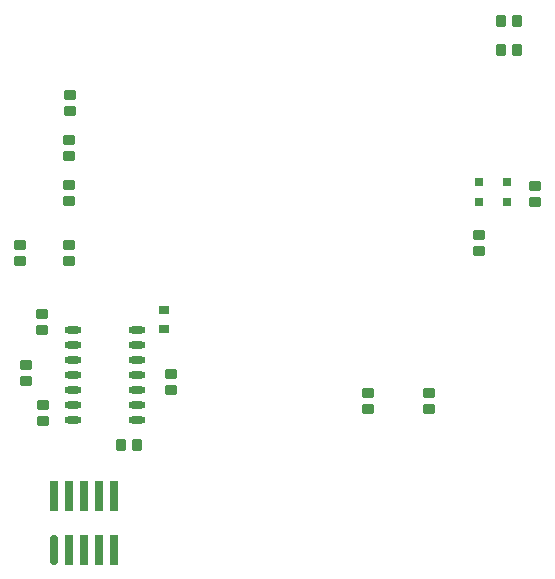
<source format=gtp>
G04*
G04 #@! TF.GenerationSoftware,Altium Limited,Altium Designer,19.1.6 (110)*
G04*
G04 Layer_Color=8421504*
%FSLAX25Y25*%
%MOIN*%
G70*
G01*
G75*
G04:AMPARAMS|DCode=18|XSize=37.4mil|YSize=31.5mil|CornerRadius=3.15mil|HoleSize=0mil|Usage=FLASHONLY|Rotation=0.000|XOffset=0mil|YOffset=0mil|HoleType=Round|Shape=RoundedRectangle|*
%AMROUNDEDRECTD18*
21,1,0.03740,0.02520,0,0,0.0*
21,1,0.03110,0.03150,0,0,0.0*
1,1,0.00630,0.01555,-0.01260*
1,1,0.00630,-0.01555,-0.01260*
1,1,0.00630,-0.01555,0.01260*
1,1,0.00630,0.01555,0.01260*
%
%ADD18ROUNDEDRECTD18*%
G04:AMPARAMS|DCode=19|XSize=37.4mil|YSize=31.5mil|CornerRadius=3.94mil|HoleSize=0mil|Usage=FLASHONLY|Rotation=0.000|XOffset=0mil|YOffset=0mil|HoleType=Round|Shape=RoundedRectangle|*
%AMROUNDEDRECTD19*
21,1,0.03740,0.02362,0,0,0.0*
21,1,0.02953,0.03150,0,0,0.0*
1,1,0.00787,0.01476,-0.01181*
1,1,0.00787,-0.01476,-0.01181*
1,1,0.00787,-0.01476,0.01181*
1,1,0.00787,0.01476,0.01181*
%
%ADD19ROUNDEDRECTD19*%
G04:AMPARAMS|DCode=20|XSize=37.4mil|YSize=31.5mil|CornerRadius=3.94mil|HoleSize=0mil|Usage=FLASHONLY|Rotation=90.000|XOffset=0mil|YOffset=0mil|HoleType=Round|Shape=RoundedRectangle|*
%AMROUNDEDRECTD20*
21,1,0.03740,0.02362,0,0,90.0*
21,1,0.02953,0.03150,0,0,90.0*
1,1,0.00787,0.01181,0.01476*
1,1,0.00787,0.01181,-0.01476*
1,1,0.00787,-0.01181,-0.01476*
1,1,0.00787,-0.01181,0.01476*
%
%ADD20ROUNDEDRECTD20*%
G04:AMPARAMS|DCode=21|XSize=37.4mil|YSize=31.5mil|CornerRadius=3.15mil|HoleSize=0mil|Usage=FLASHONLY|Rotation=90.000|XOffset=0mil|YOffset=0mil|HoleType=Round|Shape=RoundedRectangle|*
%AMROUNDEDRECTD21*
21,1,0.03740,0.02520,0,0,90.0*
21,1,0.03110,0.03150,0,0,90.0*
1,1,0.00630,0.01260,0.01555*
1,1,0.00630,0.01260,-0.01555*
1,1,0.00630,-0.01260,-0.01555*
1,1,0.00630,-0.01260,0.01555*
%
%ADD21ROUNDEDRECTD21*%
%ADD22R,0.03543X0.03150*%
%ADD23O,0.05709X0.02362*%
G04:AMPARAMS|DCode=24|XSize=100mil|YSize=25mil|CornerRadius=6.25mil|HoleSize=0mil|Usage=FLASHONLY|Rotation=90.000|XOffset=0mil|YOffset=0mil|HoleType=Round|Shape=RoundedRectangle|*
%AMROUNDEDRECTD24*
21,1,0.10000,0.01250,0,0,90.0*
21,1,0.08750,0.02500,0,0,90.0*
1,1,0.01250,0.00625,0.04375*
1,1,0.01250,0.00625,-0.04375*
1,1,0.01250,-0.00625,-0.04375*
1,1,0.01250,-0.00625,0.04375*
%
%ADD24ROUNDEDRECTD24*%
%ADD25R,0.02500X0.10000*%
%ADD26R,0.02756X0.02756*%
D18*
X152264Y89961D02*
D03*
X131693D02*
D03*
X23500Y91357D02*
D03*
X187500Y164315D02*
D03*
X168748Y142533D02*
D03*
X32300Y139342D02*
D03*
X15800D02*
D03*
X32300Y159142D02*
D03*
X66300Y101657D02*
D03*
X32300Y174143D02*
D03*
X32382Y194488D02*
D03*
X23000Y121658D02*
D03*
X17700Y104657D02*
D03*
D19*
X152264Y95276D02*
D03*
X131693D02*
D03*
X23500Y86042D02*
D03*
X187500Y159000D02*
D03*
X168748Y147848D02*
D03*
X32300Y144658D02*
D03*
X15800D02*
D03*
X32300Y164457D02*
D03*
X66300Y96342D02*
D03*
X32300Y179457D02*
D03*
X32382Y189173D02*
D03*
X23000Y116342D02*
D03*
X17700Y99343D02*
D03*
D20*
X176042Y209700D02*
D03*
Y219300D02*
D03*
X49542Y78000D02*
D03*
D21*
X181358Y209700D02*
D03*
Y219300D02*
D03*
X54857Y78000D02*
D03*
D22*
X63800Y122750D02*
D03*
Y116450D02*
D03*
D23*
X54828Y86400D02*
D03*
Y91400D02*
D03*
Y96400D02*
D03*
Y101400D02*
D03*
Y106400D02*
D03*
Y111400D02*
D03*
Y116400D02*
D03*
X33372Y86400D02*
D03*
Y91400D02*
D03*
Y96400D02*
D03*
Y101400D02*
D03*
Y106400D02*
D03*
Y111400D02*
D03*
Y116400D02*
D03*
D24*
X27205Y42870D02*
D03*
D25*
Y60870D02*
D03*
X32205Y42870D02*
D03*
Y60870D02*
D03*
X37205Y42870D02*
D03*
Y60870D02*
D03*
X42205Y42870D02*
D03*
Y60870D02*
D03*
X47205Y42870D02*
D03*
Y60870D02*
D03*
D26*
X178148Y165496D02*
D03*
Y159000D02*
D03*
X168748Y165496D02*
D03*
Y159000D02*
D03*
M02*

</source>
